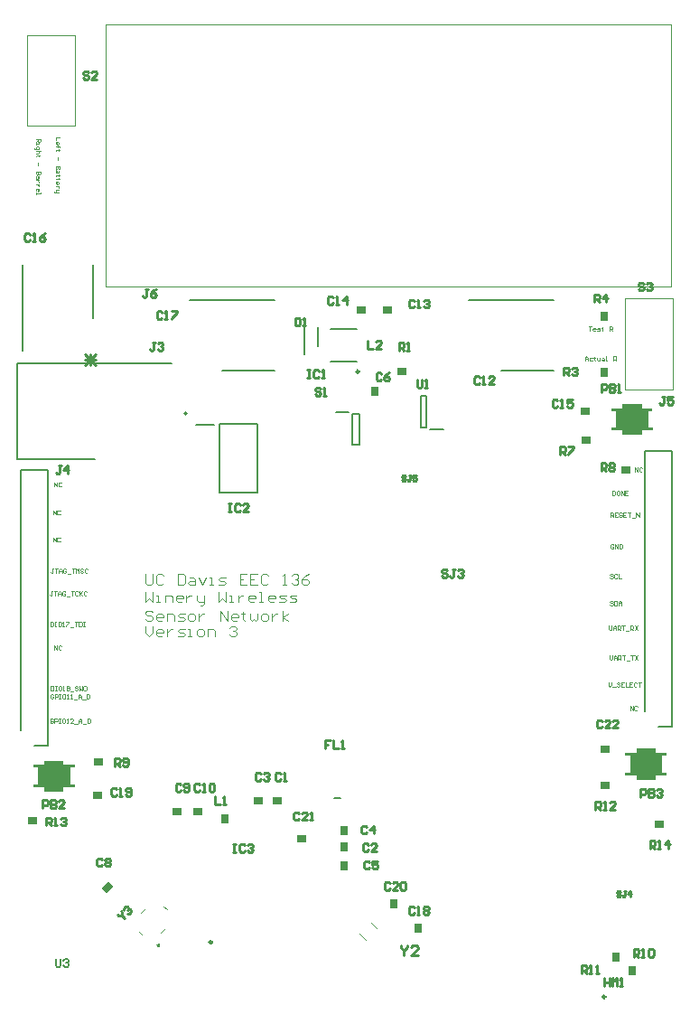
<source format=gto>
G04*
G04 #@! TF.GenerationSoftware,Altium Limited,Altium Designer,19.1.7 (138)*
G04*
G04 Layer_Color=65535*
%FSLAX25Y25*%
%MOIN*%
G70*
G01*
G75*
%ADD10C,0.00787*%
%ADD11C,0.00984*%
%ADD12C,0.00394*%
%ADD13C,0.01000*%
%ADD14C,0.00606*%
%ADD15R,0.03600X0.02800*%
%ADD16R,0.02800X0.03600*%
G04:AMPARAMS|DCode=17|XSize=28mil|YSize=36mil|CornerRadius=0mil|HoleSize=0mil|Usage=FLASHONLY|Rotation=135.000|XOffset=0mil|YOffset=0mil|HoleType=Round|Shape=Rectangle|*
%AMROTATEDRECTD17*
4,1,4,0.02263,0.00283,-0.00283,-0.02263,-0.02263,-0.00283,0.00283,0.02263,0.02263,0.00283,0.0*
%
%ADD17ROTATEDRECTD17*%

G36*
X-111543Y-96091D02*
X-104457D01*
X-104457Y-97666D01*
X-100323D01*
Y-98650D01*
X-102094D01*
Y-104950D01*
X-100323D01*
Y-105934D01*
X-104457D01*
Y-107509D01*
X-111543D01*
Y-105934D01*
X-115480D01*
Y-104950D01*
X-113906D01*
Y-98650D01*
X-115677D01*
Y-97666D01*
X-111543D01*
X-111543Y-96091D01*
D02*
G37*
G36*
X114043Y-103109D02*
X106957D01*
X106957Y-101534D01*
X102823D01*
Y-100550D01*
X104595D01*
Y-94250D01*
X102823D01*
Y-93266D01*
X106957D01*
Y-91691D01*
X114043D01*
Y-93266D01*
X117980D01*
Y-94250D01*
X116405D01*
Y-100550D01*
X118177D01*
Y-101534D01*
X114043D01*
X114043Y-103109D01*
D02*
G37*
G36*
X108943Y24091D02*
X101857D01*
X101857Y25666D01*
X97723D01*
Y26650D01*
X99494D01*
Y32950D01*
X97723D01*
Y33934D01*
X101857D01*
Y35509D01*
X108943D01*
Y33934D01*
X112880D01*
Y32950D01*
X111305D01*
Y26650D01*
X113077D01*
Y25666D01*
X108943D01*
X108943Y24091D01*
D02*
G37*
D10*
X-58935Y31947D02*
G03*
X-58935Y31947I-468J0D01*
G01*
X-69830Y-164465D02*
G03*
X-69273Y-163908I278J278D01*
G01*
D02*
G03*
X-69830Y-164465I-278J-278D01*
G01*
X-121481Y50604D02*
X-64722D01*
X-121481Y15171D02*
Y50604D01*
Y15171D02*
X-93069D01*
X-93508Y67304D02*
Y86792D01*
X-119492Y55296D02*
Y86792D01*
X-4681Y-110000D02*
X-2319D01*
X-6021Y63006D02*
X3821D01*
X-6021Y51195D02*
X3821D01*
X-3884Y32399D02*
X841D01*
X2219Y20391D02*
Y31809D01*
Y20391D02*
X4581D01*
Y31809D01*
X2219D02*
X4581D01*
X30861Y26301D02*
X35782D01*
X29483Y26891D02*
Y38309D01*
X27317D02*
X29483D01*
X27317Y26891D02*
Y38309D01*
Y26891D02*
X29483D01*
X-10641Y56955D02*
Y63845D01*
X-15759Y53857D02*
Y63845D01*
X44896Y73892D02*
X76392D01*
X56904Y47908D02*
X76392D01*
X-115200Y-90487D02*
X-110200D01*
Y11087D01*
X-120200D02*
X-110200D01*
X-120200Y-84700D02*
Y11087D01*
X115200Y-83487D02*
X120200D01*
Y18087D01*
X110200D02*
X120200D01*
X110200Y-77700D02*
Y18087D01*
X-46790Y28295D02*
X-33010D01*
Y2705D02*
Y28295D01*
X-46790Y2705D02*
X-33010D01*
X-46790D02*
Y28295D01*
X-55746Y27803D02*
X-48857D01*
X-58104Y73692D02*
X-26608D01*
X-46096Y47708D02*
X-26608D01*
D11*
X4609Y47415D02*
G03*
X4609Y47415I-492J0D01*
G01*
X-49705Y-163091D02*
G03*
X-49705Y-163091I-492J0D01*
G01*
X95512Y-183209D02*
G03*
X95512Y-183209I-492J0D01*
G01*
D12*
X119791Y78694D02*
Y175505D01*
X-88791D02*
X119791D01*
X-88791Y78694D02*
Y175505D01*
Y78694D02*
X119791D01*
X-117958Y138168D02*
Y171632D01*
Y138168D02*
X-100242D01*
Y171632D01*
X-117958D02*
X-100242D01*
X4799Y-159974D02*
X7026Y-162201D01*
X8974Y-155798D02*
X11201Y-158026D01*
X-67472Y-149841D02*
X-66333Y-150935D01*
X-76661Y-159053D02*
X-75503Y-160178D01*
X-68752Y-159485D02*
X-67093Y-157826D01*
X-75968Y-152219D02*
X-74295Y-150546D01*
X102762Y40934D02*
X120479D01*
X102762D02*
Y74398D01*
X120479D01*
Y40934D02*
Y74398D01*
X-74206Y-33723D02*
Y-37659D01*
X-72894Y-36347D01*
X-71583Y-37659D01*
Y-33723D01*
X-70271Y-37659D02*
X-68959D01*
X-69615D01*
Y-35035D01*
X-70271D01*
X-66991Y-37659D02*
Y-35035D01*
X-65023D01*
X-64367Y-35691D01*
Y-37659D01*
X-61087D02*
X-62399D01*
X-63055Y-37003D01*
Y-35691D01*
X-62399Y-35035D01*
X-61087D01*
X-60431Y-35691D01*
Y-36347D01*
X-63055D01*
X-59119Y-35035D02*
Y-37659D01*
Y-36347D01*
X-58463Y-35691D01*
X-57807Y-35035D01*
X-57151D01*
X-55184D02*
Y-37003D01*
X-54528Y-37659D01*
X-52560D01*
Y-38315D01*
X-53216Y-38971D01*
X-53872D01*
X-52560Y-37659D02*
Y-35035D01*
X-47312Y-33723D02*
Y-37659D01*
X-46000Y-36347D01*
X-44688Y-37659D01*
Y-33723D01*
X-43376Y-37659D02*
X-42064D01*
X-42720D01*
Y-35035D01*
X-43376D01*
X-40097D02*
Y-37659D01*
Y-36347D01*
X-39441Y-35691D01*
X-38785Y-35035D01*
X-38129D01*
X-34193Y-37659D02*
X-35505D01*
X-36161Y-37003D01*
Y-35691D01*
X-35505Y-35035D01*
X-34193D01*
X-33537Y-35691D01*
Y-36347D01*
X-36161D01*
X-32225Y-37659D02*
X-30913D01*
X-31569D01*
Y-33723D01*
X-32225D01*
X-26977Y-37659D02*
X-28289D01*
X-28945Y-37003D01*
Y-35691D01*
X-28289Y-35035D01*
X-26977D01*
X-26322Y-35691D01*
Y-36347D01*
X-28945D01*
X-25010Y-37659D02*
X-23042D01*
X-22386Y-37003D01*
X-23042Y-36347D01*
X-24354D01*
X-25010Y-35691D01*
X-24354Y-35035D01*
X-22386D01*
X-21074Y-37659D02*
X-19106D01*
X-18450Y-37003D01*
X-19106Y-36347D01*
X-20418D01*
X-21074Y-35691D01*
X-20418Y-35035D01*
X-18450D01*
X-71583Y-41359D02*
X-72238Y-40703D01*
X-73550D01*
X-74206Y-41359D01*
Y-42015D01*
X-73550Y-42671D01*
X-72238D01*
X-71583Y-43327D01*
Y-43983D01*
X-72238Y-44638D01*
X-73550D01*
X-74206Y-43983D01*
X-68303Y-44638D02*
X-69615D01*
X-70271Y-43983D01*
Y-42671D01*
X-69615Y-42015D01*
X-68303D01*
X-67647Y-42671D01*
Y-43327D01*
X-70271D01*
X-66335Y-44638D02*
Y-42015D01*
X-64367D01*
X-63711Y-42671D01*
Y-44638D01*
X-62399D02*
X-60431D01*
X-59775Y-43983D01*
X-60431Y-43327D01*
X-61743D01*
X-62399Y-42671D01*
X-61743Y-42015D01*
X-59775D01*
X-57807Y-44638D02*
X-56495D01*
X-55840Y-43983D01*
Y-42671D01*
X-56495Y-42015D01*
X-57807D01*
X-58463Y-42671D01*
Y-43983D01*
X-57807Y-44638D01*
X-54528Y-42015D02*
Y-44638D01*
Y-43327D01*
X-53872Y-42671D01*
X-53216Y-42015D01*
X-52560D01*
X-46656Y-44638D02*
Y-40703D01*
X-44032Y-44638D01*
Y-40703D01*
X-40753Y-44638D02*
X-42064D01*
X-42720Y-43983D01*
Y-42671D01*
X-42064Y-42015D01*
X-40753D01*
X-40097Y-42671D01*
Y-43327D01*
X-42720D01*
X-38129Y-41359D02*
Y-42015D01*
X-38785D01*
X-37473D01*
X-38129D01*
Y-43983D01*
X-37473Y-44638D01*
X-35505Y-42015D02*
Y-43983D01*
X-34849Y-44638D01*
X-34193Y-43983D01*
X-33537Y-44638D01*
X-32881Y-43983D01*
Y-42015D01*
X-30913Y-44638D02*
X-29601D01*
X-28945Y-43983D01*
Y-42671D01*
X-29601Y-42015D01*
X-30913D01*
X-31569Y-42671D01*
Y-43983D01*
X-30913Y-44638D01*
X-27633Y-42015D02*
Y-44638D01*
Y-43327D01*
X-26977Y-42671D01*
X-26322Y-42015D01*
X-25666D01*
X-23698Y-44638D02*
Y-40703D01*
Y-43327D02*
X-21730Y-42015D01*
X-23698Y-43327D02*
X-21730Y-44638D01*
X-74206Y-46371D02*
Y-48994D01*
X-72894Y-50306D01*
X-71583Y-48994D01*
Y-46371D01*
X-68303Y-50306D02*
X-69615D01*
X-70271Y-49650D01*
Y-48338D01*
X-69615Y-47682D01*
X-68303D01*
X-67647Y-48338D01*
Y-48994D01*
X-70271D01*
X-66335Y-47682D02*
Y-50306D01*
Y-48994D01*
X-65679Y-48338D01*
X-65023Y-47682D01*
X-64367D01*
X-62399Y-50306D02*
X-60431D01*
X-59775Y-49650D01*
X-60431Y-48994D01*
X-61743D01*
X-62399Y-48338D01*
X-61743Y-47682D01*
X-59775D01*
X-58463Y-50306D02*
X-57151D01*
X-57807D01*
Y-47682D01*
X-58463D01*
X-54528Y-50306D02*
X-53216D01*
X-52560Y-49650D01*
Y-48338D01*
X-53216Y-47682D01*
X-54528D01*
X-55184Y-48338D01*
Y-49650D01*
X-54528Y-50306D01*
X-51248D02*
Y-47682D01*
X-49280D01*
X-48624Y-48338D01*
Y-50306D01*
X-43376Y-47027D02*
X-42720Y-46371D01*
X-41409D01*
X-40753Y-47027D01*
Y-47682D01*
X-41409Y-48338D01*
X-42064D01*
X-41409D01*
X-40753Y-48994D01*
Y-49650D01*
X-41409Y-50306D01*
X-42720D01*
X-43376Y-49650D01*
X-114600Y133300D02*
X-113026D01*
Y132513D01*
X-113288Y132250D01*
X-113813D01*
X-114075Y132513D01*
Y133300D01*
Y132775D02*
X-114600Y132250D01*
Y131726D02*
Y131201D01*
Y131463D01*
X-113550D01*
Y131726D01*
X-115125Y129889D02*
Y129627D01*
X-114862Y129364D01*
X-113550D01*
Y130151D01*
X-113813Y130414D01*
X-114338D01*
X-114600Y130151D01*
Y129364D01*
X-113026Y128840D02*
X-114600D01*
X-113813D01*
X-113550Y128577D01*
Y128052D01*
X-113813Y127790D01*
X-114600D01*
X-113288Y127003D02*
X-113550D01*
Y127265D01*
Y126741D01*
Y127003D01*
X-114338D01*
X-114600Y126741D01*
X-113813Y124379D02*
Y123329D01*
X-113026Y121230D02*
X-114600D01*
Y120443D01*
X-114338Y120181D01*
X-114075D01*
X-113813Y120443D01*
Y121230D01*
Y120443D01*
X-113550Y120181D01*
X-113288D01*
X-113026Y120443D01*
Y121230D01*
X-113550Y119394D02*
Y118869D01*
X-113813Y118607D01*
X-114600D01*
Y119394D01*
X-114338Y119656D01*
X-114075Y119394D01*
Y118607D01*
X-113550Y118082D02*
X-114600D01*
X-114075D01*
X-113813Y117819D01*
X-113550Y117557D01*
Y117295D01*
Y116508D02*
X-114600D01*
X-114075D01*
X-113813Y116245D01*
X-113550Y115983D01*
Y115720D01*
X-114600Y114146D02*
Y114671D01*
X-114338Y114933D01*
X-113813D01*
X-113550Y114671D01*
Y114146D01*
X-113813Y113884D01*
X-114075D01*
Y114933D01*
X-114600Y113359D02*
Y112834D01*
Y113097D01*
X-113026D01*
Y113359D01*
X-105826Y133800D02*
X-107400D01*
Y132750D01*
Y131439D02*
Y131963D01*
X-107138Y132226D01*
X-106613D01*
X-106351Y131963D01*
Y131439D01*
X-106613Y131176D01*
X-106875D01*
Y132226D01*
X-107400Y130389D02*
X-106088D01*
X-106613D01*
Y130651D01*
Y130127D01*
Y130389D01*
X-106088D01*
X-105826Y130127D01*
X-106088Y129077D02*
X-106351D01*
Y129340D01*
Y128815D01*
Y129077D01*
X-107138D01*
X-107400Y128815D01*
X-106613Y126453D02*
Y125404D01*
X-105826Y123305D02*
X-107400D01*
Y122518D01*
X-107138Y122255D01*
X-106875D01*
X-106613Y122518D01*
Y123305D01*
Y122518D01*
X-106351Y122255D01*
X-106088D01*
X-105826Y122518D01*
Y123305D01*
X-106351Y121468D02*
Y120943D01*
X-106613Y120681D01*
X-107400D01*
Y121468D01*
X-107138Y121730D01*
X-106875Y121468D01*
Y120681D01*
X-106088Y119894D02*
X-106351D01*
Y120156D01*
Y119631D01*
Y119894D01*
X-107138D01*
X-107400Y119631D01*
X-106088Y118582D02*
X-106351D01*
Y118844D01*
Y118319D01*
Y118582D01*
X-107138D01*
X-107400Y118319D01*
Y116745D02*
Y117270D01*
X-107138Y117532D01*
X-106613D01*
X-106351Y117270D01*
Y116745D01*
X-106613Y116483D01*
X-106875D01*
Y117532D01*
X-106351Y115958D02*
X-107400D01*
X-106875D01*
X-106613Y115696D01*
X-106351Y115433D01*
Y115171D01*
Y114384D02*
X-107138D01*
X-107400Y114121D01*
Y113334D01*
X-107662D01*
X-107925Y113597D01*
Y113859D01*
X-107400Y113334D02*
X-106351D01*
X88000Y51400D02*
Y52450D01*
X88525Y52974D01*
X89050Y52450D01*
Y51400D01*
Y52187D01*
X88000D01*
X90624Y52450D02*
X89837D01*
X89574Y52187D01*
Y51662D01*
X89837Y51400D01*
X90624D01*
X91411Y52712D02*
Y52450D01*
X91149D01*
X91673D01*
X91411D01*
Y51662D01*
X91673Y51400D01*
X92461Y52450D02*
Y51662D01*
X92723Y51400D01*
X93510D01*
Y52450D01*
X94297D02*
X94822D01*
X95084Y52187D01*
Y51400D01*
X94297D01*
X94035Y51662D01*
X94297Y51925D01*
X95084D01*
X95609Y51400D02*
X96134D01*
X95872D01*
Y52974D01*
X95609D01*
X98495Y51400D02*
Y52974D01*
X99282D01*
X99545Y52712D01*
Y52187D01*
X99282Y51925D01*
X98495D01*
X99020D02*
X99545Y51400D01*
X89300Y64074D02*
X90350D01*
X89825D01*
Y62500D01*
X91661D02*
X91137D01*
X90874Y62762D01*
Y63287D01*
X91137Y63550D01*
X91661D01*
X91924Y63287D01*
Y63025D01*
X90874D01*
X92449Y62500D02*
X93236D01*
X93498Y62762D01*
X93236Y63025D01*
X92711D01*
X92449Y63287D01*
X92711Y63550D01*
X93498D01*
X94285Y63812D02*
Y63550D01*
X94023D01*
X94548D01*
X94285D01*
Y62762D01*
X94548Y62500D01*
X96909D02*
Y64074D01*
X97696D01*
X97959Y63812D01*
Y63287D01*
X97696Y63025D01*
X96909D01*
X97434D02*
X97959Y62500D01*
X104600Y-77600D02*
Y-76026D01*
X105649Y-77600D01*
Y-76026D01*
X107224Y-76288D02*
X106961Y-76026D01*
X106437D01*
X106174Y-76288D01*
Y-77338D01*
X106437Y-77600D01*
X106961D01*
X107224Y-77338D01*
X106500Y10500D02*
Y12074D01*
X107550Y10500D01*
Y12074D01*
X109124Y11812D02*
X108861Y12074D01*
X108337D01*
X108074Y11812D01*
Y10762D01*
X108337Y10500D01*
X108861D01*
X109124Y10762D01*
X-107900Y-55100D02*
Y-53526D01*
X-106851Y-55100D01*
Y-53526D01*
X-105276Y-53788D02*
X-105539Y-53526D01*
X-106063D01*
X-106326Y-53788D01*
Y-54838D01*
X-106063Y-55100D01*
X-105539D01*
X-105276Y-54838D01*
X-108400Y-15300D02*
Y-13726D01*
X-107351Y-15300D01*
Y-13726D01*
X-105776Y-13988D02*
X-106039Y-13726D01*
X-106563D01*
X-106826Y-13988D01*
Y-15038D01*
X-106563Y-15300D01*
X-106039D01*
X-105776Y-15038D01*
X-108400Y-5300D02*
Y-3726D01*
X-107351Y-5300D01*
Y-3726D01*
X-105776Y-3988D02*
X-106039Y-3726D01*
X-106563D01*
X-106826Y-3988D01*
Y-5038D01*
X-106563Y-5300D01*
X-106039D01*
X-105776Y-5038D01*
X-108000Y5000D02*
Y6574D01*
X-106950Y5000D01*
Y6574D01*
X-105376Y6312D02*
X-105639Y6574D01*
X-106163D01*
X-106426Y6312D01*
Y5262D01*
X-106163Y5000D01*
X-105639D01*
X-105376Y5262D01*
X-108250Y-25326D02*
X-108775D01*
X-108513D01*
Y-26638D01*
X-108775Y-26900D01*
X-109038D01*
X-109300Y-26638D01*
X-107726Y-25326D02*
X-106676D01*
X-107201D01*
Y-26900D01*
X-106151D02*
Y-25850D01*
X-105627Y-25326D01*
X-105102Y-25850D01*
Y-26900D01*
Y-26113D01*
X-106151D01*
X-103528Y-25588D02*
X-103790Y-25326D01*
X-104315D01*
X-104577Y-25588D01*
Y-26638D01*
X-104315Y-26900D01*
X-103790D01*
X-103528Y-26638D01*
Y-26113D01*
X-104052D01*
X-103003Y-27162D02*
X-101953D01*
X-101428Y-25326D02*
X-100379D01*
X-100904D01*
Y-26900D01*
X-99854D02*
Y-25326D01*
X-99330Y-25850D01*
X-98805Y-25326D01*
Y-26900D01*
X-97230Y-25588D02*
X-97493Y-25326D01*
X-98018D01*
X-98280Y-25588D01*
Y-25850D01*
X-98018Y-26113D01*
X-97493D01*
X-97230Y-26375D01*
Y-26638D01*
X-97493Y-26900D01*
X-98018D01*
X-98280Y-26638D01*
X-95656Y-25588D02*
X-95919Y-25326D01*
X-96443D01*
X-96706Y-25588D01*
Y-26638D01*
X-96443Y-26900D01*
X-95919D01*
X-95656Y-26638D01*
X-108551Y-33626D02*
X-109075D01*
X-108813D01*
Y-34938D01*
X-109075Y-35200D01*
X-109338D01*
X-109600Y-34938D01*
X-108026Y-33626D02*
X-106976D01*
X-107501D01*
Y-35200D01*
X-106451D02*
Y-34150D01*
X-105927Y-33626D01*
X-105402Y-34150D01*
Y-35200D01*
Y-34413D01*
X-106451D01*
X-103828Y-33888D02*
X-104090Y-33626D01*
X-104615D01*
X-104877Y-33888D01*
Y-34938D01*
X-104615Y-35200D01*
X-104090D01*
X-103828Y-34938D01*
Y-34413D01*
X-104352D01*
X-103303Y-35462D02*
X-102253D01*
X-101728Y-33626D02*
X-100679D01*
X-101204D01*
Y-35200D01*
X-99105Y-33888D02*
X-99367Y-33626D01*
X-99892D01*
X-100154Y-33888D01*
Y-34938D01*
X-99892Y-35200D01*
X-99367D01*
X-99105Y-34938D01*
X-98580Y-33626D02*
Y-35200D01*
Y-34675D01*
X-97530Y-33626D01*
X-98318Y-34413D01*
X-97530Y-35200D01*
X-95956Y-33888D02*
X-96219Y-33626D01*
X-96743D01*
X-97006Y-33888D01*
Y-34938D01*
X-96743Y-35200D01*
X-96219D01*
X-95956Y-34938D01*
X-109300Y-44926D02*
Y-46500D01*
X-108513D01*
X-108250Y-46238D01*
Y-45188D01*
X-108513Y-44926D01*
X-109300D01*
X-107726D02*
X-107201D01*
X-107463D01*
Y-46500D01*
X-107726D01*
X-107201D01*
X-105627Y-44926D02*
X-106151D01*
X-106414Y-45188D01*
Y-46238D01*
X-106151Y-46500D01*
X-105627D01*
X-105364Y-46238D01*
Y-45188D01*
X-105627Y-44926D01*
X-104840Y-46500D02*
X-104315D01*
X-104577D01*
Y-44926D01*
X-104840Y-45188D01*
X-103528Y-44926D02*
X-102478D01*
Y-45188D01*
X-103528Y-46238D01*
Y-46500D01*
X-101953Y-46762D02*
X-100904D01*
X-100379Y-44926D02*
X-99330D01*
X-99854D01*
Y-46500D01*
X-98805Y-44926D02*
Y-46500D01*
X-98018D01*
X-97755Y-46238D01*
Y-45188D01*
X-98018Y-44926D01*
X-98805D01*
X-97230D02*
X-96706D01*
X-96968D01*
Y-46500D01*
X-97230D01*
X-96706D01*
X-109200Y-68526D02*
Y-70100D01*
X-108413D01*
X-108150Y-69838D01*
Y-68788D01*
X-108413Y-68526D01*
X-109200D01*
X-107626D02*
X-107101D01*
X-107363D01*
Y-70100D01*
X-107626D01*
X-107101D01*
X-105527Y-68526D02*
X-106051D01*
X-106314Y-68788D01*
Y-69838D01*
X-106051Y-70100D01*
X-105527D01*
X-105264Y-69838D01*
Y-68788D01*
X-105527Y-68526D01*
X-104739Y-70100D02*
X-104215D01*
X-104477D01*
Y-68526D01*
X-104739Y-68788D01*
X-103428D02*
X-103165Y-68526D01*
X-102640D01*
X-102378Y-68788D01*
Y-69051D01*
X-102640Y-69313D01*
X-102378Y-69575D01*
Y-69838D01*
X-102640Y-70100D01*
X-103165D01*
X-103428Y-69838D01*
Y-69575D01*
X-103165Y-69313D01*
X-103428Y-69051D01*
Y-68788D01*
X-103165Y-69313D02*
X-102640D01*
X-101853Y-70362D02*
X-100804D01*
X-99230Y-68788D02*
X-99492Y-68526D01*
X-100017D01*
X-100279Y-68788D01*
Y-69051D01*
X-100017Y-69313D01*
X-99492D01*
X-99230Y-69575D01*
Y-69838D01*
X-99492Y-70100D01*
X-100017D01*
X-100279Y-69838D01*
X-98705Y-68526D02*
Y-70100D01*
X-98180Y-69575D01*
X-97655Y-70100D01*
Y-68526D01*
X-96343D02*
X-96868D01*
X-97130Y-68788D01*
Y-69838D01*
X-96868Y-70100D01*
X-96343D01*
X-96081Y-69838D01*
Y-68788D01*
X-96343Y-68526D01*
X-108250Y-71888D02*
X-108513Y-71626D01*
X-109038D01*
X-109300Y-71888D01*
Y-72938D01*
X-109038Y-73200D01*
X-108513D01*
X-108250Y-72938D01*
Y-72413D01*
X-108775D01*
X-107726Y-73200D02*
Y-71626D01*
X-106939D01*
X-106676Y-71888D01*
Y-72413D01*
X-106939Y-72675D01*
X-107726D01*
X-106151Y-71626D02*
X-105627D01*
X-105889D01*
Y-73200D01*
X-106151D01*
X-105627D01*
X-104052Y-71626D02*
X-104577D01*
X-104840Y-71888D01*
Y-72938D01*
X-104577Y-73200D01*
X-104052D01*
X-103790Y-72938D01*
Y-71888D01*
X-104052Y-71626D01*
X-103265Y-73200D02*
X-102741D01*
X-103003D01*
Y-71626D01*
X-103265Y-71888D01*
X-101953Y-73200D02*
X-101428D01*
X-101691D01*
Y-71626D01*
X-101953Y-71888D01*
X-100641Y-73462D02*
X-99592D01*
X-99067Y-73200D02*
Y-72150D01*
X-98542Y-71626D01*
X-98018Y-72150D01*
Y-73200D01*
Y-72413D01*
X-99067D01*
X-97493Y-73462D02*
X-96443D01*
X-95919Y-71626D02*
Y-73200D01*
X-95131D01*
X-94869Y-72938D01*
Y-71888D01*
X-95131Y-71626D01*
X-95919D01*
X-108351Y-80888D02*
X-108613Y-80626D01*
X-109138D01*
X-109400Y-80888D01*
Y-81938D01*
X-109138Y-82200D01*
X-108613D01*
X-108351Y-81938D01*
Y-81413D01*
X-108875D01*
X-107826Y-82200D02*
Y-80626D01*
X-107039D01*
X-106776Y-80888D01*
Y-81413D01*
X-107039Y-81675D01*
X-107826D01*
X-106251Y-80626D02*
X-105727D01*
X-105989D01*
Y-82200D01*
X-106251D01*
X-105727D01*
X-104152Y-80626D02*
X-104677D01*
X-104939Y-80888D01*
Y-81938D01*
X-104677Y-82200D01*
X-104152D01*
X-103890Y-81938D01*
Y-80888D01*
X-104152Y-80626D01*
X-103365Y-82200D02*
X-102840D01*
X-103103D01*
Y-80626D01*
X-103365Y-80888D01*
X-101004Y-82200D02*
X-102053D01*
X-101004Y-81151D01*
Y-80888D01*
X-101266Y-80626D01*
X-101791D01*
X-102053Y-80888D01*
X-100479Y-82462D02*
X-99430D01*
X-98905Y-82200D02*
Y-81151D01*
X-98380Y-80626D01*
X-97855Y-81151D01*
Y-82200D01*
Y-81413D01*
X-98905D01*
X-97330Y-82462D02*
X-96281D01*
X-95756Y-80626D02*
Y-82200D01*
X-94969D01*
X-94707Y-81938D01*
Y-80888D01*
X-94969Y-80626D01*
X-95756D01*
X96600Y-67126D02*
Y-68175D01*
X97125Y-68700D01*
X97650Y-68175D01*
Y-67126D01*
X98174Y-68962D02*
X99224D01*
X100798Y-67388D02*
X100536Y-67126D01*
X100011D01*
X99749Y-67388D01*
Y-67651D01*
X100011Y-67913D01*
X100536D01*
X100798Y-68175D01*
Y-68438D01*
X100536Y-68700D01*
X100011D01*
X99749Y-68438D01*
X102372Y-67126D02*
X101323D01*
Y-68700D01*
X102372D01*
X101323Y-67913D02*
X101848D01*
X102897Y-67126D02*
Y-68700D01*
X103947D01*
X105521Y-67126D02*
X104472D01*
Y-68700D01*
X105521D01*
X104472Y-67913D02*
X104996D01*
X107095Y-67388D02*
X106833Y-67126D01*
X106308D01*
X106046Y-67388D01*
Y-68438D01*
X106308Y-68700D01*
X106833D01*
X107095Y-68438D01*
X107620Y-67126D02*
X108670D01*
X108145D01*
Y-68700D01*
X97000Y-57326D02*
Y-58638D01*
X97262Y-58900D01*
X97787D01*
X98049Y-58638D01*
Y-57326D01*
X98574Y-58900D02*
Y-57850D01*
X99099Y-57326D01*
X99624Y-57850D01*
Y-58900D01*
Y-58113D01*
X98574D01*
X100149Y-58900D02*
Y-57326D01*
X100936D01*
X101198Y-57588D01*
Y-58113D01*
X100936Y-58375D01*
X100149D01*
X100673D02*
X101198Y-58900D01*
X101723Y-57326D02*
X102772D01*
X102248D01*
Y-58900D01*
X103297Y-59162D02*
X104347D01*
X104871Y-57326D02*
X105921D01*
X105396D01*
Y-58900D01*
X106446Y-57326D02*
X107495Y-58900D01*
Y-57326D02*
X106446Y-58900D01*
X96800Y-46326D02*
Y-47638D01*
X97062Y-47900D01*
X97587D01*
X97850Y-47638D01*
Y-46326D01*
X98374Y-47900D02*
Y-46850D01*
X98899Y-46326D01*
X99424Y-46850D01*
Y-47900D01*
Y-47113D01*
X98374D01*
X99949Y-47900D02*
Y-46326D01*
X100736D01*
X100998Y-46588D01*
Y-47113D01*
X100736Y-47375D01*
X99949D01*
X100473D02*
X100998Y-47900D01*
X101523Y-46326D02*
X102572D01*
X102048D01*
Y-47900D01*
X103097Y-48162D02*
X104147D01*
X104672Y-47900D02*
Y-46326D01*
X105459D01*
X105721Y-46588D01*
Y-47113D01*
X105459Y-47375D01*
X104672D01*
X105196D02*
X105721Y-47900D01*
X106246Y-46326D02*
X107295Y-47900D01*
Y-46326D02*
X106246Y-47900D01*
X98250Y-37388D02*
X97987Y-37126D01*
X97462D01*
X97200Y-37388D01*
Y-37650D01*
X97462Y-37913D01*
X97987D01*
X98250Y-38175D01*
Y-38438D01*
X97987Y-38700D01*
X97462D01*
X97200Y-38438D01*
X98774Y-37126D02*
Y-38700D01*
X99561D01*
X99824Y-38438D01*
Y-37388D01*
X99561Y-37126D01*
X98774D01*
X100349Y-38700D02*
Y-37650D01*
X100873Y-37126D01*
X101398Y-37650D01*
Y-38700D01*
Y-37913D01*
X100349D01*
X98250Y-27388D02*
X97987Y-27126D01*
X97462D01*
X97200Y-27388D01*
Y-27650D01*
X97462Y-27913D01*
X97987D01*
X98250Y-28175D01*
Y-28438D01*
X97987Y-28700D01*
X97462D01*
X97200Y-28438D01*
X99824Y-27388D02*
X99561Y-27126D01*
X99037D01*
X98774Y-27388D01*
Y-28438D01*
X99037Y-28700D01*
X99561D01*
X99824Y-28438D01*
X100349Y-27126D02*
Y-28700D01*
X101398D01*
X98549Y-16588D02*
X98287Y-16326D01*
X97762D01*
X97500Y-16588D01*
Y-17638D01*
X97762Y-17900D01*
X98287D01*
X98549Y-17638D01*
Y-17113D01*
X98025D01*
X99074Y-17900D02*
Y-16326D01*
X100124Y-17900D01*
Y-16326D01*
X100649D02*
Y-17900D01*
X101436D01*
X101698Y-17638D01*
Y-16588D01*
X101436Y-16326D01*
X100649D01*
X97400Y-6200D02*
Y-4626D01*
X98187D01*
X98449Y-4888D01*
Y-5413D01*
X98187Y-5675D01*
X97400D01*
X97925D02*
X98449Y-6200D01*
X100024Y-4626D02*
X98974D01*
Y-6200D01*
X100024D01*
X98974Y-5413D02*
X99499D01*
X101598Y-4888D02*
X101336Y-4626D01*
X100811D01*
X100549Y-4888D01*
Y-5150D01*
X100811Y-5413D01*
X101336D01*
X101598Y-5675D01*
Y-5938D01*
X101336Y-6200D01*
X100811D01*
X100549Y-5938D01*
X103172Y-4626D02*
X102123D01*
Y-6200D01*
X103172D01*
X102123Y-5413D02*
X102648D01*
X103697Y-4626D02*
X104747D01*
X104222D01*
Y-6200D01*
X105271Y-6462D02*
X106321D01*
X106846Y-6200D02*
Y-4626D01*
X107895Y-6200D01*
Y-4626D01*
X98100Y3474D02*
Y1900D01*
X98887D01*
X99150Y2162D01*
Y3212D01*
X98887Y3474D01*
X98100D01*
X100461D02*
X99937D01*
X99674Y3212D01*
Y2162D01*
X99937Y1900D01*
X100461D01*
X100724Y2162D01*
Y3212D01*
X100461Y3474D01*
X101249Y1900D02*
Y3474D01*
X102298Y1900D01*
Y3474D01*
X103872D02*
X102823D01*
Y1900D01*
X103872D01*
X102823Y2687D02*
X103348D01*
X-74200Y-27164D02*
Y-30444D01*
X-73544Y-31100D01*
X-72232D01*
X-71576Y-30444D01*
Y-27164D01*
X-67640Y-27820D02*
X-68296Y-27164D01*
X-69608D01*
X-70264Y-27820D01*
Y-30444D01*
X-69608Y-31100D01*
X-68296D01*
X-67640Y-30444D01*
X-62393Y-27164D02*
Y-31100D01*
X-60425D01*
X-59769Y-30444D01*
Y-27820D01*
X-60425Y-27164D01*
X-62393D01*
X-57801Y-28476D02*
X-56489D01*
X-55833Y-29132D01*
Y-31100D01*
X-57801D01*
X-58457Y-30444D01*
X-57801Y-29788D01*
X-55833D01*
X-54521Y-28476D02*
X-53209Y-31100D01*
X-51898Y-28476D01*
X-50586Y-31100D02*
X-49274D01*
X-49930D01*
Y-28476D01*
X-50586D01*
X-47306Y-31100D02*
X-45338D01*
X-44682Y-30444D01*
X-45338Y-29788D01*
X-46650D01*
X-47306Y-29132D01*
X-46650Y-28476D01*
X-44682D01*
X-36810Y-27164D02*
X-39434D01*
Y-31100D01*
X-36810D01*
X-39434Y-29132D02*
X-38122D01*
X-32875Y-27164D02*
X-35499D01*
Y-31100D01*
X-32875D01*
X-35499Y-29132D02*
X-34187D01*
X-28939Y-27820D02*
X-29595Y-27164D01*
X-30907D01*
X-31563Y-27820D01*
Y-30444D01*
X-30907Y-31100D01*
X-29595D01*
X-28939Y-30444D01*
X-23691Y-31100D02*
X-22379D01*
X-23035D01*
Y-27164D01*
X-23691Y-27820D01*
X-20412D02*
X-19756Y-27164D01*
X-18444D01*
X-17788Y-27820D01*
Y-28476D01*
X-18444Y-29132D01*
X-19100D01*
X-18444D01*
X-17788Y-29788D01*
Y-30444D01*
X-18444Y-31100D01*
X-19756D01*
X-20412Y-30444D01*
X-13852Y-27164D02*
X-15164Y-27820D01*
X-16476Y-29132D01*
Y-30444D01*
X-15820Y-31100D01*
X-14508D01*
X-13852Y-30444D01*
Y-29788D01*
X-14508Y-29132D01*
X-16476D01*
D13*
X-96561Y53695D02*
X-92562Y49696D01*
X-96561D02*
X-92562Y53695D01*
X-96561Y51696D02*
X-92562D01*
X-94561Y49696D02*
Y53695D01*
X-70732Y58152D02*
X-71716D01*
X-71224D01*
Y55692D01*
X-71716Y55200D01*
X-72208D01*
X-72700Y55692D01*
X-69748Y57660D02*
X-69256Y58152D01*
X-68272D01*
X-67780Y57660D01*
Y57168D01*
X-68272Y56676D01*
X-68764D01*
X-68272D01*
X-67780Y56184D01*
Y55692D01*
X-68272Y55200D01*
X-69256D01*
X-69748Y55692D01*
X-116832Y97960D02*
X-117324Y98452D01*
X-118308D01*
X-118800Y97960D01*
Y95992D01*
X-118308Y95500D01*
X-117324D01*
X-116832Y95992D01*
X-115848Y95500D02*
X-114864D01*
X-115356D01*
Y98452D01*
X-115848Y97960D01*
X-111421Y98452D02*
X-112404Y97960D01*
X-113388Y96976D01*
Y95992D01*
X-112896Y95500D01*
X-111912D01*
X-111421Y95992D01*
Y96484D01*
X-111912Y96976D01*
X-113388D01*
X101112Y-144560D02*
X100784Y-144232D01*
X100128D01*
X99800Y-144560D01*
Y-144888D01*
X100128Y-145216D01*
X100784D01*
X101112Y-145544D01*
Y-145872D01*
X100784Y-146200D01*
X100128D01*
X99800Y-145872D01*
X103080Y-144232D02*
X102424D01*
X102752D01*
Y-145872D01*
X102424Y-146200D01*
X102096D01*
X101768Y-145872D01*
X104720Y-146200D02*
Y-144232D01*
X103736Y-145216D01*
X105048D01*
X-112200Y-113600D02*
Y-110648D01*
X-110724D01*
X-110232Y-111140D01*
Y-112124D01*
X-110724Y-112616D01*
X-112200D01*
X-109248Y-110648D02*
Y-113600D01*
X-107772D01*
X-107280Y-113108D01*
Y-112616D01*
X-107772Y-112124D01*
X-109248D01*
X-107772D01*
X-107280Y-111632D01*
Y-111140D01*
X-107772Y-110648D01*
X-109248D01*
X-104329Y-113600D02*
X-106296D01*
X-104329Y-111632D01*
Y-111140D01*
X-104821Y-110648D01*
X-105804D01*
X-106296Y-111140D01*
X-111000Y-120000D02*
Y-117048D01*
X-109524D01*
X-109032Y-117540D01*
Y-118524D01*
X-109524Y-119016D01*
X-111000D01*
X-110016D02*
X-109032Y-120000D01*
X-108048D02*
X-107064D01*
X-107556D01*
Y-117048D01*
X-108048Y-117540D01*
X-105588D02*
X-105096Y-117048D01*
X-104112D01*
X-103621Y-117540D01*
Y-118032D01*
X-104112Y-118524D01*
X-104604D01*
X-104112D01*
X-103621Y-119016D01*
Y-119508D01*
X-104112Y-120000D01*
X-105096D01*
X-105588Y-119508D01*
X-5932Y-88648D02*
X-7900D01*
Y-90124D01*
X-6916D01*
X-7900D01*
Y-91600D01*
X-4948Y-88648D02*
Y-91600D01*
X-2980D01*
X-1996D02*
X-1012D01*
X-1504D01*
Y-88648D01*
X-1996Y-89140D01*
X-85600Y-98100D02*
Y-95148D01*
X-84124D01*
X-83632Y-95640D01*
Y-96624D01*
X-84124Y-97116D01*
X-85600D01*
X-84616D02*
X-83632Y-98100D01*
X-82648Y-97608D02*
X-82156Y-98100D01*
X-81172D01*
X-80680Y-97608D01*
Y-95640D01*
X-81172Y-95148D01*
X-82156D01*
X-82648Y-95640D01*
Y-96132D01*
X-82156Y-96624D01*
X-80680D01*
X-84932Y-106640D02*
X-85424Y-106148D01*
X-86408D01*
X-86900Y-106640D01*
Y-108608D01*
X-86408Y-109100D01*
X-85424D01*
X-84932Y-108608D01*
X-83948Y-109100D02*
X-82964D01*
X-83456D01*
Y-106148D01*
X-83948Y-106640D01*
X-81488Y-108608D02*
X-80996Y-109100D01*
X-80013D01*
X-79520Y-108608D01*
Y-106640D01*
X-80013Y-106148D01*
X-80996D01*
X-81488Y-106640D01*
Y-107132D01*
X-80996Y-107624D01*
X-79520D01*
X94268Y-81540D02*
X93776Y-81048D01*
X92792D01*
X92300Y-81540D01*
Y-83508D01*
X92792Y-84000D01*
X93776D01*
X94268Y-83508D01*
X97220Y-84000D02*
X95252D01*
X97220Y-82032D01*
Y-81540D01*
X96728Y-81048D01*
X95744D01*
X95252Y-81540D01*
X100171Y-84000D02*
X98204D01*
X100171Y-82032D01*
Y-81540D01*
X99679Y-81048D01*
X98696D01*
X98204Y-81540D01*
X7800Y58852D02*
Y55900D01*
X9768D01*
X12720D02*
X10752D01*
X12720Y57868D01*
Y58360D01*
X12228Y58852D01*
X11244D01*
X10752Y58360D01*
X-73328Y77904D02*
X-74312D01*
X-73820D01*
Y75444D01*
X-74312Y74952D01*
X-74804D01*
X-75296Y75444D01*
X-70376Y77904D02*
X-71360Y77412D01*
X-72344Y76428D01*
Y75444D01*
X-71852Y74952D01*
X-70868D01*
X-70376Y75444D01*
Y75936D01*
X-70868Y76428D01*
X-72344D01*
X-95174Y157762D02*
X-95666Y158254D01*
X-96649D01*
X-97141Y157762D01*
Y157270D01*
X-96649Y156778D01*
X-95666D01*
X-95174Y156286D01*
Y155794D01*
X-95666Y155302D01*
X-96649D01*
X-97141Y155794D01*
X-92222Y155302D02*
X-94190D01*
X-92222Y157270D01*
Y157762D01*
X-92714Y158254D01*
X-93698D01*
X-94190Y157762D01*
X21712Y8740D02*
X21384Y9068D01*
X20728D01*
X20400Y8740D01*
Y8412D01*
X20728Y8084D01*
X21384D01*
X21712Y7756D01*
Y7428D01*
X21384Y7100D01*
X20728D01*
X20400Y7428D01*
X23680Y9068D02*
X23024D01*
X23352D01*
Y7428D01*
X23024Y7100D01*
X22696D01*
X22368Y7428D01*
X25648Y9068D02*
X24336D01*
Y8084D01*
X24992Y8412D01*
X25320D01*
X25648Y8084D01*
Y7428D01*
X25320Y7100D01*
X24664D01*
X24336Y7428D01*
X19900Y-164064D02*
Y-164720D01*
X21212Y-166032D01*
X22524Y-164720D01*
Y-164064D01*
X21212Y-166032D02*
Y-168000D01*
X26460D02*
X23836D01*
X26460Y-165376D01*
Y-164720D01*
X25804Y-164064D01*
X24492D01*
X23836Y-164720D01*
X109651Y79811D02*
X109159Y80303D01*
X108175D01*
X107684Y79811D01*
Y79319D01*
X108175Y78827D01*
X109159D01*
X109651Y78335D01*
Y77843D01*
X109159Y77351D01*
X108175D01*
X107684Y77843D01*
X110635Y79811D02*
X111127Y80303D01*
X112111D01*
X112603Y79811D01*
Y79319D01*
X112111Y78827D01*
X111619D01*
X112111D01*
X112603Y78335D01*
Y77843D01*
X112111Y77351D01*
X111127D01*
X110635Y77843D01*
X37068Y-25940D02*
X36576Y-25448D01*
X35592D01*
X35100Y-25940D01*
Y-26432D01*
X35592Y-26924D01*
X36576D01*
X37068Y-27416D01*
Y-27908D01*
X36576Y-28400D01*
X35592D01*
X35100Y-27908D01*
X40020Y-25448D02*
X39036D01*
X39528D01*
Y-27908D01*
X39036Y-28400D01*
X38544D01*
X38052Y-27908D01*
X41004Y-25940D02*
X41496Y-25448D01*
X42480D01*
X42972Y-25940D01*
Y-26432D01*
X42480Y-26924D01*
X41988D01*
X42480D01*
X42972Y-27416D01*
Y-27908D01*
X42480Y-28400D01*
X41496D01*
X41004Y-27908D01*
X111900Y-128400D02*
Y-125448D01*
X113376D01*
X113868Y-125940D01*
Y-126924D01*
X113376Y-127416D01*
X111900D01*
X112884D02*
X113868Y-128400D01*
X114852D02*
X115836D01*
X115344D01*
Y-125448D01*
X114852Y-125940D01*
X118788Y-128400D02*
Y-125448D01*
X117312Y-126924D01*
X119280D01*
X91800Y-114100D02*
Y-111148D01*
X93276D01*
X93768Y-111640D01*
Y-112624D01*
X93276Y-113116D01*
X91800D01*
X92784D02*
X93768Y-114100D01*
X94752D02*
X95736D01*
X95244D01*
Y-111148D01*
X94752Y-111640D01*
X99180Y-114100D02*
X97212D01*
X99180Y-112132D01*
Y-111640D01*
X98687Y-111148D01*
X97704D01*
X97212Y-111640D01*
X108500Y-109400D02*
Y-106448D01*
X109976D01*
X110468Y-106940D01*
Y-107924D01*
X109976Y-108416D01*
X108500D01*
X111452Y-106448D02*
Y-109400D01*
X112928D01*
X113420Y-108908D01*
Y-108416D01*
X112928Y-107924D01*
X111452D01*
X112928D01*
X113420Y-107432D01*
Y-106940D01*
X112928Y-106448D01*
X111452D01*
X114404Y-106940D02*
X114896Y-106448D01*
X115879D01*
X116372Y-106940D01*
Y-107432D01*
X115879Y-107924D01*
X115388D01*
X115879D01*
X116372Y-108416D01*
Y-108908D01*
X115879Y-109400D01*
X114896D01*
X114404Y-108908D01*
X94946Y-176239D02*
Y-179191D01*
Y-177715D01*
X96913D01*
Y-176239D01*
Y-179191D01*
X97897D02*
Y-176239D01*
X98881Y-177223D01*
X99865Y-176239D01*
Y-179191D01*
X100849D02*
X101833D01*
X101341D01*
Y-176239D01*
X100849Y-176731D01*
X86600Y-174500D02*
Y-171548D01*
X88076D01*
X88568Y-172040D01*
Y-173024D01*
X88076Y-173516D01*
X86600D01*
X87584D02*
X88568Y-174500D01*
X89552D02*
X90536D01*
X90044D01*
Y-171548D01*
X89552Y-172040D01*
X92012Y-174500D02*
X92996D01*
X92504D01*
Y-171548D01*
X92012Y-172040D01*
X105900Y-168400D02*
Y-165448D01*
X107376D01*
X107868Y-165940D01*
Y-166924D01*
X107376Y-167416D01*
X105900D01*
X106884D02*
X107868Y-168400D01*
X108852D02*
X109836D01*
X109344D01*
Y-165448D01*
X108852Y-165940D01*
X111312D02*
X111804Y-165448D01*
X112788D01*
X113279Y-165940D01*
Y-167908D01*
X112788Y-168400D01*
X111804D01*
X111312Y-167908D01*
Y-165940D01*
X-105432Y12752D02*
X-106416D01*
X-105924D01*
Y10292D01*
X-106416Y9800D01*
X-106908D01*
X-107400Y10292D01*
X-102972Y9800D02*
Y12752D01*
X-104448Y11276D01*
X-102480D01*
X117426Y38157D02*
X116442D01*
X116934D01*
Y35697D01*
X116442Y35206D01*
X115950D01*
X115458Y35697D01*
X120378Y38157D02*
X118410D01*
Y36682D01*
X119394Y37173D01*
X119886D01*
X120378Y36682D01*
Y35697D01*
X119886Y35206D01*
X118902D01*
X118410Y35697D01*
X-42000Y-126748D02*
X-41016D01*
X-41508D01*
Y-129700D01*
X-42000D01*
X-41016D01*
X-37572Y-127240D02*
X-38064Y-126748D01*
X-39048D01*
X-39540Y-127240D01*
Y-129208D01*
X-39048Y-129700D01*
X-38064D01*
X-37572Y-129208D01*
X-36588Y-127240D02*
X-36096Y-126748D01*
X-35113D01*
X-34620Y-127240D01*
Y-127732D01*
X-35113Y-128224D01*
X-35604D01*
X-35113D01*
X-34620Y-128716D01*
Y-129208D01*
X-35113Y-129700D01*
X-36096D01*
X-36588Y-129208D01*
X-17532Y-115540D02*
X-18024Y-115048D01*
X-19008D01*
X-19500Y-115540D01*
Y-117508D01*
X-19008Y-118000D01*
X-18024D01*
X-17532Y-117508D01*
X-14580Y-118000D02*
X-16548D01*
X-14580Y-116032D01*
Y-115540D01*
X-15072Y-115048D01*
X-16056D01*
X-16548Y-115540D01*
X-13596Y-118000D02*
X-12612D01*
X-13104D01*
Y-115048D01*
X-13596Y-115540D01*
X15907Y-141343D02*
X15415Y-140851D01*
X14431D01*
X13939Y-141343D01*
Y-143311D01*
X14431Y-143803D01*
X15415D01*
X15907Y-143311D01*
X18859Y-143803D02*
X16891D01*
X18859Y-141835D01*
Y-141343D01*
X18367Y-140851D01*
X17383D01*
X16891Y-141343D01*
X19843D02*
X20335Y-140851D01*
X21319D01*
X21811Y-141343D01*
Y-143311D01*
X21319Y-143803D01*
X20335D01*
X19843Y-143311D01*
Y-141343D01*
X24907Y-150343D02*
X24415Y-149851D01*
X23431D01*
X22939Y-150343D01*
Y-152311D01*
X23431Y-152803D01*
X24415D01*
X24907Y-152311D01*
X25891Y-152803D02*
X26875D01*
X26383D01*
Y-149851D01*
X25891Y-150343D01*
X28351D02*
X28843Y-149851D01*
X29827D01*
X30319Y-150343D01*
Y-150835D01*
X29827Y-151327D01*
X30319Y-151819D01*
Y-152311D01*
X29827Y-152803D01*
X28843D01*
X28351Y-152311D01*
Y-151819D01*
X28843Y-151327D01*
X28351Y-150835D01*
Y-150343D01*
X28843Y-151327D02*
X29827D01*
X-84723Y-152913D02*
X-84375Y-153261D01*
X-82983D01*
X-82983Y-151869D01*
X-83331Y-151521D01*
X-82983Y-153261D02*
X-81940Y-154304D01*
X-82288Y-151173D02*
Y-150478D01*
X-81592Y-149782D01*
X-80896D01*
X-80548Y-150130D01*
Y-150826D01*
X-80896Y-151173D01*
X-80548Y-150826D01*
X-79853Y-150826D01*
X-79505Y-151173D01*
Y-151869D01*
X-80200Y-152565D01*
X-80896D01*
X25900Y44552D02*
Y42092D01*
X26392Y41600D01*
X27376D01*
X27868Y42092D01*
Y44552D01*
X28852Y41600D02*
X29836D01*
X29344D01*
Y44552D01*
X28852Y44060D01*
X-9632Y41060D02*
X-10124Y41552D01*
X-11108D01*
X-11600Y41060D01*
Y40568D01*
X-11108Y40076D01*
X-10124D01*
X-9632Y39584D01*
Y39092D01*
X-10124Y38600D01*
X-11108D01*
X-11600Y39092D01*
X-8648Y38600D02*
X-7664D01*
X-8156D01*
Y41552D01*
X-8648Y41060D01*
X93900Y10800D02*
Y13752D01*
X95376D01*
X95868Y13260D01*
Y12276D01*
X95376Y11784D01*
X93900D01*
X94884D02*
X95868Y10800D01*
X96852Y13260D02*
X97344Y13752D01*
X98328D01*
X98820Y13260D01*
Y12768D01*
X98328Y12276D01*
X98820Y11784D01*
Y11292D01*
X98328Y10800D01*
X97344D01*
X96852Y11292D01*
Y11784D01*
X97344Y12276D01*
X96852Y12768D01*
Y13260D01*
X97344Y12276D02*
X98328D01*
X78800Y16700D02*
Y19652D01*
X80276D01*
X80768Y19160D01*
Y18176D01*
X80276Y17684D01*
X78800D01*
X79784D02*
X80768Y16700D01*
X81752Y19652D02*
X83720D01*
Y19160D01*
X81752Y17192D01*
Y16700D01*
X91339Y72997D02*
Y75949D01*
X92815D01*
X93307Y75457D01*
Y74473D01*
X92815Y73981D01*
X91339D01*
X92323D02*
X93307Y72997D01*
X95767D02*
Y75949D01*
X94291Y74473D01*
X96259D01*
X80200Y46000D02*
Y48952D01*
X81676D01*
X82168Y48460D01*
Y47476D01*
X81676Y46984D01*
X80200D01*
X81184D02*
X82168Y46000D01*
X83152Y48460D02*
X83644Y48952D01*
X84628D01*
X85120Y48460D01*
Y47968D01*
X84628Y47476D01*
X84136D01*
X84628D01*
X85120Y46984D01*
Y46492D01*
X84628Y46000D01*
X83644D01*
X83152Y46492D01*
X19238Y55249D02*
Y58201D01*
X20714D01*
X21206Y57709D01*
Y56725D01*
X20714Y56233D01*
X19238D01*
X20222D02*
X21206Y55249D01*
X22189D02*
X23174D01*
X22682D01*
Y58201D01*
X22189Y57709D01*
X94000Y39900D02*
Y42852D01*
X95476D01*
X95968Y42360D01*
Y41376D01*
X95476Y40884D01*
X94000D01*
X96952Y42852D02*
Y39900D01*
X98428D01*
X98920Y40392D01*
Y40884D01*
X98428Y41376D01*
X96952D01*
X98428D01*
X98920Y41868D01*
Y42360D01*
X98428Y42852D01*
X96952D01*
X99904Y39900D02*
X100888D01*
X100396D01*
Y42852D01*
X99904Y42360D01*
X-48561Y-109351D02*
Y-112303D01*
X-46593D01*
X-45609D02*
X-44625D01*
X-45117D01*
Y-109351D01*
X-45609Y-109843D01*
X-43700Y-1348D02*
X-42716D01*
X-43208D01*
Y-4300D01*
X-43700D01*
X-42716D01*
X-39272Y-1840D02*
X-39764Y-1348D01*
X-40748D01*
X-41240Y-1840D01*
Y-3808D01*
X-40748Y-4300D01*
X-39764D01*
X-39272Y-3808D01*
X-36320Y-4300D02*
X-38288D01*
X-36320Y-2332D01*
Y-1840D01*
X-36812Y-1348D01*
X-37796D01*
X-38288Y-1840D01*
X-14600Y48052D02*
X-13616D01*
X-14108D01*
Y45100D01*
X-14600D01*
X-13616D01*
X-10172Y47560D02*
X-10664Y48052D01*
X-11648D01*
X-12140Y47560D01*
Y45592D01*
X-11648Y45100D01*
X-10664D01*
X-10172Y45592D01*
X-9188Y45100D02*
X-8204D01*
X-8696D01*
Y48052D01*
X-9188Y47560D01*
X-19105Y67289D02*
Y64337D01*
X-17630D01*
X-17138Y64829D01*
Y66797D01*
X-17630Y67289D01*
X-19105D01*
X-16154Y64337D02*
X-15170D01*
X-15662D01*
Y67289D01*
X-16154Y66797D01*
X-68132Y69160D02*
X-68624Y69652D01*
X-69608D01*
X-70100Y69160D01*
Y67192D01*
X-69608Y66700D01*
X-68624D01*
X-68132Y67192D01*
X-67148Y66700D02*
X-66164D01*
X-66656D01*
Y69652D01*
X-67148Y69160D01*
X-64688Y69652D02*
X-62721D01*
Y69160D01*
X-64688Y67192D01*
Y66700D01*
X77868Y36760D02*
X77376Y37252D01*
X76392D01*
X75900Y36760D01*
Y34792D01*
X76392Y34300D01*
X77376D01*
X77868Y34792D01*
X78852Y34300D02*
X79836D01*
X79344D01*
Y37252D01*
X78852Y36760D01*
X83280Y37252D02*
X81312D01*
Y35776D01*
X82296Y36268D01*
X82788D01*
X83280Y35776D01*
Y34792D01*
X82788Y34300D01*
X81804D01*
X81312Y34792D01*
X-5032Y74760D02*
X-5524Y75252D01*
X-6508D01*
X-7000Y74760D01*
Y72792D01*
X-6508Y72300D01*
X-5524D01*
X-5032Y72792D01*
X-4048Y72300D02*
X-3064D01*
X-3556D01*
Y75252D01*
X-4048Y74760D01*
X-112Y72300D02*
Y75252D01*
X-1588Y73776D01*
X380D01*
X24968Y73460D02*
X24476Y73952D01*
X23492D01*
X23000Y73460D01*
Y71492D01*
X23492Y71000D01*
X24476D01*
X24968Y71492D01*
X25952Y71000D02*
X26936D01*
X26444D01*
Y73952D01*
X25952Y73460D01*
X28412D02*
X28904Y73952D01*
X29888D01*
X30380Y73460D01*
Y72968D01*
X29888Y72476D01*
X29396D01*
X29888D01*
X30380Y71984D01*
Y71492D01*
X29888Y71000D01*
X28904D01*
X28412Y71492D01*
X49068Y45160D02*
X48576Y45652D01*
X47592D01*
X47100Y45160D01*
Y43192D01*
X47592Y42700D01*
X48576D01*
X49068Y43192D01*
X50052Y42700D02*
X51036D01*
X50544D01*
Y45652D01*
X50052Y45160D01*
X54479Y42700D02*
X52512D01*
X54479Y44668D01*
Y45160D01*
X53987Y45652D01*
X53004D01*
X52512Y45160D01*
X-54193Y-104943D02*
X-54685Y-104451D01*
X-55669D01*
X-56161Y-104943D01*
Y-106911D01*
X-55669Y-107403D01*
X-54685D01*
X-54193Y-106911D01*
X-53209Y-107403D02*
X-52225D01*
X-52717D01*
Y-104451D01*
X-53209Y-104943D01*
X-50749D02*
X-50257Y-104451D01*
X-49273D01*
X-48781Y-104943D01*
Y-106911D01*
X-49273Y-107403D01*
X-50257D01*
X-50749Y-106911D01*
Y-104943D01*
X-61132Y-104940D02*
X-61624Y-104448D01*
X-62608D01*
X-63100Y-104940D01*
Y-106908D01*
X-62608Y-107400D01*
X-61624D01*
X-61132Y-106908D01*
X-60148D02*
X-59656Y-107400D01*
X-58672D01*
X-58180Y-106908D01*
Y-104940D01*
X-58672Y-104448D01*
X-59656D01*
X-60148Y-104940D01*
Y-105432D01*
X-59656Y-105924D01*
X-58180D01*
X-90193Y-132526D02*
X-90685Y-132034D01*
X-91669D01*
X-92161Y-132526D01*
Y-134494D01*
X-91669Y-134986D01*
X-90685D01*
X-90193Y-134494D01*
X-89209Y-132526D02*
X-88717Y-132034D01*
X-87733D01*
X-87241Y-132526D01*
Y-133018D01*
X-87733Y-133510D01*
X-87241Y-134002D01*
Y-134494D01*
X-87733Y-134986D01*
X-88717D01*
X-89209Y-134494D01*
Y-134002D01*
X-88717Y-133510D01*
X-89209Y-133018D01*
Y-132526D01*
X-88717Y-133510D02*
X-87733D01*
X12868Y46560D02*
X12376Y47052D01*
X11392D01*
X10900Y46560D01*
Y44592D01*
X11392Y44100D01*
X12376D01*
X12868Y44592D01*
X15820Y47052D02*
X14836Y46560D01*
X13852Y45576D01*
Y44592D01*
X14344Y44100D01*
X15328D01*
X15820Y44592D01*
Y45084D01*
X15328Y45576D01*
X13852D01*
X8468Y-133540D02*
X7976Y-133048D01*
X6992D01*
X6500Y-133540D01*
Y-135508D01*
X6992Y-136000D01*
X7976D01*
X8468Y-135508D01*
X11420Y-133048D02*
X9452D01*
Y-134524D01*
X10436Y-134032D01*
X10928D01*
X11420Y-134524D01*
Y-135508D01*
X10928Y-136000D01*
X9944D01*
X9452Y-135508D01*
X7468Y-120540D02*
X6976Y-120048D01*
X5992D01*
X5500Y-120540D01*
Y-122508D01*
X5992Y-123000D01*
X6976D01*
X7468Y-122508D01*
X9928Y-123000D02*
Y-120048D01*
X8452Y-121524D01*
X10420D01*
X-31693Y-100943D02*
X-32185Y-100451D01*
X-33169D01*
X-33661Y-100943D01*
Y-102911D01*
X-33169Y-103403D01*
X-32185D01*
X-31693Y-102911D01*
X-30709Y-100943D02*
X-30217Y-100451D01*
X-29233D01*
X-28741Y-100943D01*
Y-101435D01*
X-29233Y-101927D01*
X-29725D01*
X-29233D01*
X-28741Y-102419D01*
Y-102911D01*
X-29233Y-103403D01*
X-30217D01*
X-30709Y-102911D01*
X7968Y-127040D02*
X7476Y-126548D01*
X6492D01*
X6000Y-127040D01*
Y-129008D01*
X6492Y-129500D01*
X7476D01*
X7968Y-129008D01*
X10920Y-129500D02*
X8952D01*
X10920Y-127532D01*
Y-127040D01*
X10428Y-126548D01*
X9444D01*
X8952Y-127040D01*
X-24332Y-100940D02*
X-24824Y-100448D01*
X-25808D01*
X-26300Y-100940D01*
Y-102908D01*
X-25808Y-103400D01*
X-24824D01*
X-24332Y-102908D01*
X-23348Y-103400D02*
X-22364D01*
X-22856D01*
Y-100448D01*
X-23348Y-100940D01*
D14*
X-107416Y-169206D02*
Y-171666D01*
X-106925Y-172158D01*
X-105941D01*
X-105449Y-171666D01*
Y-169206D01*
X-104465Y-169698D02*
X-103973Y-169206D01*
X-102989D01*
X-102497Y-169698D01*
Y-170190D01*
X-102989Y-170682D01*
X-103481D01*
X-102989D01*
X-102497Y-171174D01*
Y-171666D01*
X-102989Y-172158D01*
X-103973D01*
X-104465Y-171666D01*
D15*
X-116000Y-118200D02*
D03*
X-91500Y-96500D02*
D03*
X-91900Y-108900D02*
D03*
X95400Y-91900D02*
D03*
X14900Y70100D02*
D03*
X5400Y70100D02*
D03*
X88200Y32800D02*
D03*
X102900Y11300D02*
D03*
X88400Y22300D02*
D03*
X115400Y-119400D02*
D03*
X95300Y-105100D02*
D03*
X-25500Y-111000D02*
D03*
X-62500Y-115000D02*
D03*
X-16500Y-125000D02*
D03*
X20400Y47600D02*
D03*
X-32500Y-111000D02*
D03*
X-55000Y-115000D02*
D03*
D16*
X94900Y47300D02*
D03*
X105400Y-173400D02*
D03*
X99400Y-168400D02*
D03*
X-1000Y-122000D02*
D03*
X-1000Y-128000D02*
D03*
X-1000Y-135000D02*
D03*
X10400Y40100D02*
D03*
X26500Y-158000D02*
D03*
X17500Y-149000D02*
D03*
X94900Y67800D02*
D03*
X-45000Y-117500D02*
D03*
D17*
X-88400Y-142800D02*
D03*
M02*

</source>
